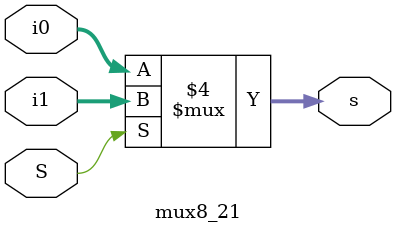
<source format=v>
`timescale 1ns / 1ps
module mux8_21(
    input [7:0] i0,
    input [7:0] i1,
    input wire S,
    output reg[7:0] s
    );

always @* begin
    if (S==1'b1)
    s<=i1;
    else
    s<=i0;
end


endmodule

</source>
